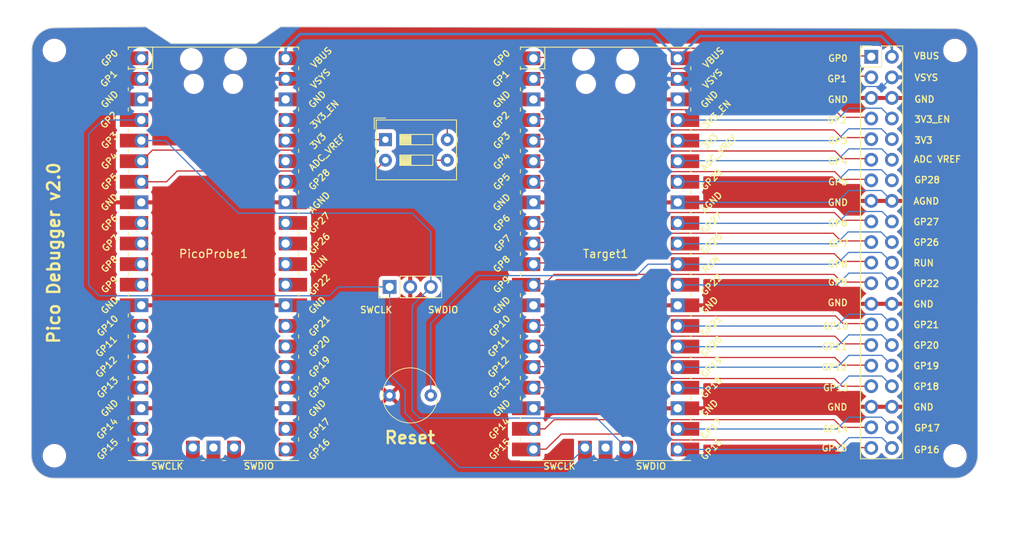
<source format=kicad_pcb>
(kicad_pcb (version 20221018) (generator pcbnew)
  (layers (0 "F.Cu" signal) (31 "B.Cu" signal) (34 "B.Paste" user) (35 "F.Paste" user) (36 "B.SilkS" user "B.Silkscreen") (37 "F.SilkS" user "F.Silkscreen") (38 "B.Mask" user) (39 "F.Mask" user) (44 "Edge.Cuts" user))
  (net 0 "")
  (net 1 "/TT_UART_Tx")
  (net 2 "GND")
  (net 3 "/TT_UART_Rx")
  (net 4 "+5V")
  (net 5 "/TT_GPIO2")
  (net 6 "/TT_3V3_EN")
  (net 7 "/TT_3V3")
  (net 8 "/TT_ADC_VREF")
  (net 9 "/TT_Run")
  (net 10 "/SWCLK")
  (net 11 "/SWDIO")
  (net 12 "/PP_UART_Tx")
  (net 13 "/PP_UART_Rx")
  (net 40 "/VBus")
  (net 43 "/TT_GPIO3")
  (net 44 "/TT_GPIO4")
  (net 45 "/TT_GPIO5")
  (net 46 "/TT_GPIO28")
  (net 47 "/TT_GPIO6")
  (net 48 "/TT_GPIO27")
  (net 49 "/TT_GPIO7")
  (net 50 "/TT_GPIO26")
  (net 51 "/TT_GPIO8")
  (net 52 "/TT_GPIO9")
  (net 53 "/TT_GPIO22")
  (net 54 "/TT_GPIO10")
  (net 55 "/TT_GPIO21")
  (net 56 "/TT_GPIO11")
  (net 57 "/TT_GPIO20")
  (net 58 "/TT_GPIO12")
  (net 59 "/TT_GPIO19")
  (net 60 "/TT_GPIO13")
  (net 61 "/TT_GPIO18")
  (net 62 "/TT_GPIO14")
  (net 63 "/TT_GPIO17")
  (net 64 "/TT_GPIO15")
  (net 65 "/TT_GPIO16")
  (footprint "MountingHole:MountingHole_2.5mm" (layer "F.Cu") (at 50 72)
    (fp_text reference "H3" hide)
    (fp_text value "MountingHole" hide)
  )
  (footprint "MountingHole:MountingHole_2.5mm" (layer "F.Cu") (at 161 72)
    (fp_text reference "H1" hide)
    (fp_text value "MountingHole" hide)
  )
  (footprint "MCU_RaspberryPi_and_Boards:RPi_Pico_SMD_TH" (layer "F.Cu") (at 117.94 97.095)
    (fp_text reference "Target1")
    (fp_text value "Pico")
  )
  (footprint "MountingHole:MountingHole_2.5mm" (layer "F.Cu") (at 50 122)
    (fp_text reference "H4" hide)
    (fp_text value "MountingHole" hide)
  )
  (footprint "Connector_PinHeader_2.54mm:PinHeader_1x03_P2.54mm_Vertical" (layer "F.Cu") (at 91.325 101.175 90)
    (fp_text reference "J2" hide)
    (fp_text value "SWD" hide)
  )
  (footprint "MountingHole:MountingHole_2.5mm" (layer "F.Cu") (at 161 122)
    (fp_text reference "H2" hide)
    (fp_text value "MountingHole" hide)
  )
  (footprint "ThePCSite:Alps_SKRGAFD010" (layer "F.Cu") (at 93.853 114.554)
    (fp_text reference "SW2" hide)
    (fp_text value "Reset_Target" hide)
  )
  (footprint "Connector_PinHeader_2.54mm:PinHeader_2x20_P2.54mm_Vertical" (layer "F.Cu") (at 150.685 72.78)
    (fp_text reference "J1" hide)
    (fp_text value "External_Connections" hide)
  )
  (footprint "Button_Switch_THT:SW_DIP_SPSTx02_Slide_9.78x7.26mm_W7.62mm_P2.54mm" (layer "F.Cu") (at 90.8075 83)
    (fp_text reference "SW1" hide)
    (fp_text value "UART")
  )
  (footprint "MCU_RaspberryPi_and_Boards:RPi_Pico_SMD_TH" (layer "F.Cu") (at 69.61 97.09)
    (fp_text reference "PicoProbe1")
    (fp_text value "Pico")
  )
  (gr_arc (start 49.997577 124.777423) (mid 48 123.95) (end 47.172577 121.952423) (stroke (width 0.1)) (layer "Edge.Cuts"))
  (gr_arc (start 47.222577 72.022577) (mid 48.050001 70.025001) (end 50.047577 69.197577) (stroke (width 0.1)) (layer "Edge.Cuts"))
  (gr_line (start 61.25 69.075) (end 50.047577 69.197577) (stroke (width 0.1)) (layer "Edge.Cuts"))
  (gr_line (start 49.997577 124.777423) (end 160.977423 124.777423) (stroke (width 0.1)) (layer "Edge.Cuts"))
  (gr_line (start 159.65 69.3) (end 77.9 69.075) (stroke (width 0.1)) (layer "Edge.Cuts"))
  (gr_line (start 77.9 69.075) (end 74.875 71.15) (stroke (width 0.1)) (layer "Edge.Cuts"))
  (gr_line (start 64.4 71.15) (end 74.875 71.15) (stroke (width 0.1)) (layer "Edge.Cuts"))
  (gr_arc (start 161 69.3) (mid 162.997577 70.127423) (end 163.825 72.125) (stroke (width 0.1)) (layer "Edge.Cuts"))
  (gr_line (start 64.4 71.15) (end 61.25 69.075) (stroke (width 0.1)) (layer "Edge.Cuts"))
  (gr_arc (start 163.802423 121.952423) (mid 162.975 123.95) (end 160.977423 124.777423) (stroke (width 0.1)) (layer "Edge.Cuts"))
  (gr_line (start 159.65 69.3) (end 161 69.3) (stroke (width 0.1)) (layer "Edge.Cuts"))
  (gr_line (start 47.222577 72.022577) (end 47.172577 121.952423) (stroke (width 0.1)) (layer "Edge.Cuts"))
  (gr_line (start 163.802423 121.952423) (end 163.825 72.125) (stroke (width 0.1)) (layer "Edge.Cuts"))
  (gr_text "GP14" (at 146.275 118.695) (layer "F.SilkS") (effects (font (size 0.8 0.8))))
  (gr_text "GND" (at 146.575 78.055) (layer "F.SilkS") (effects (font (size 0.8 0.8))))
  (gr_text "GP16" (at 157.521429 121.26) (layer "F.SilkS") (effects (font (size 0.8 0.8))))
  (gr_text "Pico Debugger v2.0" (at 50.8 108.331 90) (layer "F.SilkS") (effects (font (size 1.5 1.5) (thickness 0.3) bold) (justify left bottom)))
  (gr_text "GP3" (at 146.575 83.135) (layer "F.SilkS") (effects (font (size 0.8 0.8))))
  (gr_text "VSYS" (at 157.467857 75.35) (layer "F.SilkS") (effects (font (size 0.8 0.8))))
  (gr_text "GP27" (at 157.467858 93.15) (layer "F.SilkS") (effects (font (size 0.8 0.8))))
  (gr_text "GP18" (at 157.467858 113.46) (layer "F.SilkS") (effects (font (size 0.8 0.8))))
  (gr_text "GP4" (at 146.575 85.675) (layer "F.SilkS") (effects (font (size 0.8 0.8))))
  (gr_text "GP0" (at 146.575 72.975) (layer "F.SilkS") (effects (font (size 0.8 0.8))))
  (gr_text "GND" (at 157.125 103.3) (layer "F.SilkS") (effects (font (size 0.8 0.8))))
  (gr_text "GP21" (at 157.467858 105.85) (layer "F.SilkS") (effects (font (size 0.8 0.8))))
  (gr_text "GND" (at 157.125 116) (layer "F.SilkS") (effects (font (size 0.8 0.8))))
  (gr_text "GP17" (at 157.575 118.575) (layer "F.SilkS") (effects (font (size 0.8 0.8))))
  (gr_text "GP13" (at 146.321 113.615) (layer "F.SilkS") (effects (font (size 0.8 0.8))))
  (gr_text "AGND" (at 157.467857 90.6) (layer "F.SilkS") (effects (font (size 0.8 0.8))))
  (gr_text "GND" (at 146.55 103.125) (layer "F.SilkS") (effects (font (size 0.8 0.8))))
  (gr_text "GP7" (at 146.675 95.805) (layer "F.SilkS") (effects (font (size 0.8 0.8))))
  (gr_text "VBUS" (at 157.502381 72.675) (layer "F.SilkS") (effects (font (size 0.8 0.8))))
  (gr_text "GP2" (at 146.475 80.595) (layer "F.SilkS") (effects (font (size 0.8 0.8))))
  (gr_text "GP1" (at 146.475 75.505) (layer "F.SilkS") (effects (font (size 0.8 0.8))))
  (gr_text "3V3_EN" (at 158.210714 80.5) (layer "F.SilkS") (effects (font (size 0.8 0.8))))
  (gr_text "GP5" (at 146.575 88.215) (layer "F.SilkS") (effects (font (size 0.8 0.8))))
  (gr_text "GP12" (at 146.175 111.075) (layer "F.SilkS") (effects (font (size 0.8 0.8))))
  (gr_text "GP22" (at 157.467858 100.76) (layer "F.SilkS") (effects (font (size 0.8 0.8))))
  (gr_text "GP8" (at 146.575 98.375) (layer "F.SilkS") (effects (font (size 0.8 0.8))))
  (gr_text "SWDIO" (at 97.917 104) (layer "F.SilkS") (effects (font (size 0.8 0.8))))
  (gr_text "RUN" (at 157.144048 98.22) (layer "F.SilkS") (effects (font (size 0.8 0.8))))
  (gr_text "GP10" (at 146.321 105.995) (layer "F.SilkS") (effects (font (size 0.8 0.8))))
  (gr_text "GP20" (at 157.467858 108.38) (layer "F.SilkS") (effects (font (size 0.8 0.8))))
  (gr_text "GP28" (at 157.575 87.975) (layer "F.SilkS") (effects (font (size 0.8 0.8))))
  (gr_text "GP9" (at 146.55 100.585) (layer "F.SilkS") (effects (font (size 0.8 0.8))))
  (gr_text "3V3" (at 157.125 83.075) (layer "F.SilkS") (effects (font (size 0.8 0.8))))
  (gr_text "GP15" (at 146.15 121.05) (layer "F.SilkS") (effects (font (size 0.8 0.8))))
  (gr_text "GP11" (at 146.175 108.535) (layer "F.SilkS") (effects (font (size 0.8 0.8))))
  (gr_text "GND" (at 146.575 90.755) (layer "F.SilkS") (effects (font (size 0.8 0.8))))
  (gr_text "SWCLK" (at 89.662 104) (layer "F.SilkS") (effects (font (size 0.8 0.8))))
  (gr_text "GND" (at 146.5 116) (layer "F.SilkS") (effects (font (size 0.8 0.8))))
  (gr_text "Reset" (at 90.551 120.65) (layer "F.SilkS") (effects (font (size 1.5 1.5) (thickness 0.3) bold) (justify left bottom)))
  (gr_text "GP6" (at 146.575 93.295) (layer "F.SilkS") (effects (font (size 0.8 0.8))))
  (gr_text "ADC VREF" (at 158.825 85.425) (layer "F.SilkS") (effects (font (size 0.8 0.8))))
  (gr_text "GP19" (at 157.467858 110.92) (layer "F.SilkS") (effects (font (size 0.8 0.8))))
  (gr_text "GND" (at 157.239285 78.025) (layer "F.SilkS") (effects (font (size 0.8 0.8))))
  (gr_text "GP26" (at 157.467858 95.68) (layer "F.SilkS") (effects (font (size 0.8 0.8))))
  (segment (start 111.65 71.725) (end 146.15 71.725) (width 0.15) (layer "F.Cu") (net 1))
  (segment (start 146.15 71.725) (end 147.1 72.675) (width 0.15) (layer "F.Cu") (net 1))
  (segment (start 96.961 72.965) (end 109.05 72.965) (width 0.15) (layer "F.Cu") (net 1))
  (segment (start 95.504 84.709) (end 95.504 74.422) (width 0.15) (layer "F.Cu") (net 1))
  (segment (start 98.4275 85.54) (end 96.335 85.54) (width 0.15) (layer "F.Cu") (net 1))
  (segment (start 109.1 72.86) (end 110.515 72.86) (width 0.15) (layer "F.Cu") (net 1))
  (segment (start 96.335 85.54) (end 95.504 84.709) (width 0.15) (layer "F.Cu") (net 1))
  (segment (start 110.515 72.86) (end 111.65 71.725) (width 0.15) (layer "F.Cu") (net 1))
  (segment (start 147.1 72.675) (end 150.735 72.675) (width 0.15) (layer "F.Cu") (net 1))
  (segment (start 95.504 74.422) (end 96.961 72.965) (width 0.15) (layer "F.Cu") (net 1))
  (segment (start 151.95 89.275) (end 153.225 90.55) (width 0.15) (layer "B.Cu") (net 2))
  (segment (start 147.9 89.275) (end 151.95 89.275) (width 0.15) (layer "B.Cu") (net 2))
  (segment (start 146.44 90.735) (end 147.9 89.275) (width 0.15) (layer "B.Cu") (net 2))
  (segment (start 126.83 90.735) (end 146.44 90.735) (width 0.15) (layer "B.Cu") (net 2))
  (segment (start 98.4275 77.0865) (end 100.009 75.505) (width 0.15) (layer "F.Cu") (net 3))
  (segment (start 122.525 74.7) (end 111.15 74.7) (width 0.15) (layer "F.Cu") (net 3))
  (segment (start 98.4275 83) (end 98.4275 77.0865) (width 0.15) (layer "F.Cu") (net 3))
  (segment (start 100.009 75.505) (end 109.05 75.505) (width 0.15) (layer "F.Cu") (net 3))
  (segment (start 150.71 75.175) (end 147.075 75.175) (width 0.15) (layer "F.Cu") (net 3))
  (segment (start 147.075 75.175) (end 146.125 74.225) (width 0.15) (layer "F.Cu") (net 3))
  (segment (start 146.125 74.225) (end 123 74.225) (width 0.15) (layer "F.Cu") (net 3))
  (segment (start 111.15 74.7) (end 110.49 75.36) (width 0.15) (layer "F.Cu") (net 3))
  (segment (start 110.49 75.36) (end 109.075 75.36) (width 0.15) (layer "F.Cu") (net 3))
  (segment (start 123 74.225) (end 122.525 74.7) (width 0.15) (layer "F.Cu") (net 3))
  (segment (start 88.203 75.5) (end 92.964 70.739) (width 0.15) (layer "B.Cu") (net 4))
  (segment (start 92.964 70.739) (end 123.571 70.739) (width 0.15) (layer "B.Cu") (net 4))
  (segment (start 123.952 72.627) (end 126.83 75.505) (width 0.15) (layer "B.Cu") (net 4))
  (segment (start 123.952 71.12) (end 123.952 72.627) (width 0.15) (layer "B.Cu") (net 4))
  (segment (start 152.1 76.445) (end 153.225 75.32) (width 0.15) (layer "B.Cu") (net 4))
  (segment (start 127.77 76.445) (end 152.1 76.445) (width 0.15) (layer "B.Cu") (net 4))
  (segment (start 78.5 75.5) (end 88.203 75.5) (width 0.15) (layer "B.Cu") (net 4))
  (segment (start 126.83 75.505) (end 127.77 76.445) (width 0.15) (layer "B.Cu") (net 4))
  (segment (start 123.571 70.739) (end 123.952 71.12) (width 0.15) (layer "B.Cu") (net 4))
  (segment (start 147.1 80.25) (end 150.735 80.25) (width 0.15) (layer "F.Cu") (net 5))
  (segment (start 111.65 79.3) (end 146.15 79.3) (width 0.15) (layer "F.Cu") (net 5))
  (segment (start 110.515 80.435) (end 111.65 79.3) (width 0.15) (layer "F.Cu") (net 5))
  (segment (start 109.1 80.435) (end 110.515 80.435) (width 0.15) (layer "F.Cu") (net 5))
  (segment (start 146.15 79.3) (end 147.1 80.25) (width 0.15) (layer "F.Cu") (net 5))
  (segment (start 126.83 80.585) (end 146.44 80.585) (width 0.15) (layer "B.Cu") (net 6))
  (segment (start 147.9 79.125) (end 151.95 79.125) (width 0.15) (layer "B.Cu") (net 6))
  (segment (start 151.95 79.125) (end 153.225 80.4) (width 0.15) (layer "B.Cu") (net 6))
  (segment (start 146.44 80.585) (end 147.9 79.125) (width 0.15) (layer "B.Cu") (net 6))
  (segment (start 126.815 83.125) (end 146.425 83.125) (width 0.15) (layer "B.Cu") (net 7))
  (segment (start 146.425 83.125) (end 147.885 81.665) (width 0.15) (layer "B.Cu") (net 7))
  (segment (start 151.935 81.665) (end 153.21 82.94) (width 0.15) (layer "B.Cu") (net 7))
  (segment (start 147.885 81.665) (end 151.935 81.665) (width 0.15) (layer "B.Cu") (net 7))
  (segment (start 151.96 84.14) (end 153.235 85.415) (width 0.15) (layer "B.Cu") (net 8))
  (segment (start 147.91 84.14) (end 151.96 84.14) (width 0.15) (layer "B.Cu") (net 8))
  (segment (start 126.84 85.6) (end 146.45 85.6) (width 0.15) (layer "B.Cu") (net 8))
  (segment (start 146.45 85.6) (end 147.91 84.14) (width 0.15) (layer "B.Cu") (net 8))
  (segment (start 123.185 98.365) (end 121.77 99.78) (width 0.15) (layer "B.Cu") (net 9))
  (segment (start 126.83 98.365) (end 123.185 98.365) (width 0.15) (layer "B.Cu") (net 9))
  (segment (start 96.393 105.664) (end 102.277 99.78) (width 0.15) (layer "B.Cu") (net 9))
  (segment (start 151.935 96.915) (end 153.21 98.19) (width 0.15) (layer "B.Cu") (net 9))
  (segment (start 121.77 99.78) (end 102.277 99.78) (width 0.15) (layer "B.Cu") (net 9))
  (segment (start 96.393 114.554) (end 96.393 105.664) (width 0.15) (layer "B.Cu") (net 9))
  (segment (start 147.885 96.915) (end 151.935 96.915) (width 0.15) (layer "B.Cu") (net 9))
  (segment (start 146.425 98.375) (end 147.885 96.915) (width 0.15) (layer "B.Cu") (net 9))
  (segment (start 126.815 98.375) (end 146.425 98.375) (width 0.15) (layer "B.Cu") (net 9))
  (segment (start 91.325 112.026) (end 93.218 113.919) (width 0.15) (layer "B.Cu") (net 10))
  (segment (start 54.229 100.965) (end 55.529 102.265) (width 0.15) (layer "B.Cu") (net 10))
  (segment (start 91.325 101.175) (end 91.325 112.026) (width 0.15) (layer "B.Cu") (net 10))
  (segment (start 55.945 80.58) (end 54.229 82.296) (width 0.15) (layer "B.Cu") (net 10))
  (segment (start 83.89 102.265) (end 84.98 101.175) (width 0.15) (layer "B.Cu") (net 10))
  (segment (start 60.72 80.58) (end 55.945 80.58) (width 0.15) (layer "B.Cu") (net 10))
  (segment (start 93.218 113.919) (end 93.218 116.713) (width 0.15) (layer "B.Cu") (net 10))
  (segment (start 55.529 102.265) (end 65.024 102.265) (width 0.15) (layer "B.Cu") (net 10))
  (segment (start 112.951 123.444) (end 115.4 120.995) (width 0.15) (layer "B.Cu") (net 10))
  (segment (start 84.98 101.175) (end 91.325 101.175) (width 0.15) (layer "B.Cu") (net 10))
  (segment (start 93.218 116.713) (end 99.949 123.444) (width 0.15) (layer "B.Cu") (net 10))
  (segment (start 54.229 82.296) (end 54.229 100.965) (width 0.15) (layer "B.Cu") (net 10))
  (segment (start 99.949 123.444) (end 112.951 123.444) (width 0.15) (layer "B.Cu") (net 10))
  (segment (start 65.024 102.265) (end 83.89 102.265) (width 0.15) (layer "B.Cu") (net 10))
  (segment (start 60.72 83.12) (end 63.689 83.12) (width 0.15) (layer "B.Cu") (net 11))
  (segment (start 94.107 92.075) (end 96.405 94.373) (width 0.15) (layer "B.Cu") (net 11))
  (segment (start 94.107 116.459) (end 94.996 117.348) (width 0.15) (layer "B.Cu") (net 11))
  (segment (start 63.689 83.12) (end 72.644 92.075) (width 0.15) (layer "B.Cu") (net 11))
  (segment (start 72.644 92.075) (end 94.107 92.075) (width 0.15) (layer "B.Cu") (net 11))
  (segment (start 96.405 94.373) (end 96.405 101.175) (width 0.15) (layer "B.Cu") (net 11))
  (segment (start 94.107 103.473) (end 94.107 116.459) (width 0.15) (layer "B.Cu") (net 11))
  (segment (start 116.833 117.348) (end 120.48 120.995) (width 0.15) (layer "B.Cu") (net 11))
  (segment (start 96.405 101.175) (end 94.107 103.473) (width 0.15) (layer "B.Cu") (net 11))
  (segment (start 116.833 117.348) (end 94.996 117.348) (width 0.15) (layer "B.Cu") (net 11))
  (segment (start 89.4795 86.868) (end 90.8075 85.54) (width 0.15) (layer "F.Cu") (net 12))
  (segment (start 65.151 86.868) (end 89.4795 86.868) (width 0.15) (layer "F.Cu") (net 12))
  (segment (start 63.819 88.2) (end 65.151 86.868) (width 0.15) (layer "F.Cu") (net 12))
  (segment (start 60.72 88.2) (end 63.819 88.2) (width 0.15) (layer "F.Cu") (net 12))
  (segment (start 85.402 83) (end 90.8075 83) (width 0.15) (layer "F.Cu") (net 13))
  (segment (start 62.085 84.295) (end 84.107 84.295) (width 0.15) (layer "F.Cu") (net 13))
  (segment (start 84.107 84.295) (end 85.402 83) (width 0.15) (layer "F.Cu") (net 13))
  (segment (start 60.72 85.66) (end 62.085 84.295) (width 0.15) (layer "F.Cu") (net 13))
  (segment (start 126.83 72.965) (end 129.564 70.231) (width 0.3) (layer "B.Cu") (net 40))
  (segment (start 78.5 72.96) (end 78.5 71.741) (width 0.3) (layer "B.Cu") (net 40))
  (segment (start 80.264 69.977) (end 123.842 69.977) (width 0.3) (layer "B.Cu") (net 40))
  (segment (start 123.842 69.977) (end 126.83 72.965) (width 0.3) (layer "B.Cu") (net 40))
  (segment (start 78.5 71.741) (end 80.264 69.977) (width 0.3) (layer "B.Cu") (net 40))
  (segment (start 129.564 70.231) (end 151.892 70.231) (width 0.3) (layer "B.Cu") (net 40))
  (segment (start 153.225 72.78) (end 153.225 71.564) (width 0.3) (layer "B.Cu") (net 40))
  (segment (start 153.225 71.564) (end 151.892 70.231) (width 0.3) (layer "B.Cu") (net 40))
  (segment (start 147.05 82.75) (end 150.685 82.75) (width 0.15) (layer "F.Cu") (net 43))
  (segment (start 109.05 82.935) (end 110.465 82.935) (width 0.15) (layer "F.Cu") (net 43))
  (segment (start 110.465 82.935) (end 111.6 81.8) (width 0.15) (layer "F.Cu") (net 43))
  (segment (start 111.6 81.8) (end 146.1 81.8) (width 0.15) (layer "F.Cu") (net 43))
  (segment (start 146.1 81.8) (end 147.05 82.75) (width 0.15) (layer "F.Cu") (net 43))
  (segment (start 109.15 85.535) (end 110.565 85.535) (width 0.15) (layer "F.Cu") (net 44))
  (segment (start 146.2 84.4) (end 147.15 85.35) (width 0.15) (layer "F.Cu") (net 44))
  (segment (start 110.565 85.535) (end 111.7 84.4) (width 0.15) (layer "F.Cu") (net 44))
  (segment (start 111.7 84.4) (end 146.2 84.4) (width 0.15) (layer "F.Cu") (net 44))
  (segment (start 147.15 85.35) (end 150.785 85.35) (width 0.15) (layer "F.Cu") (net 44))
  (segment (start 111.675 86.95) (end 146.175 86.95) (width 0.15) (layer "F.Cu") (net 45))
  (segment (start 147.125 87.9) (end 150.76 87.9) (width 0.15) (layer "F.Cu") (net 45))
  (segment (start 109.125 88.085) (end 110.54 88.085) (width 0.15) (layer "F.Cu") (net 45))
  (segment (start 146.175 86.95) (end 147.125 87.9) (width 0.15) (layer "F.Cu") (net 45))
  (segment (start 110.54 88.085) (end 111.675 86.95) (width 0.15) (layer "F.Cu") (net 45))
  (segment (start 151.935 86.715) (end 153.21 87.99) (width 0.15) (layer "B.Cu") (net 46))
  (segment (start 146.425 88.175) (end 147.885 86.715) (width 0.15) (layer "B.Cu") (net 46))
  (segment (start 147.885 86.715) (end 151.935 86.715) (width 0.15) (layer "B.Cu") (net 46))
  (segment (start 126.815 88.175) (end 146.425 88.175) (width 0.15) (layer "B.Cu") (net 46))
  (segment (start 147.1 92.95) (end 150.735 92.95) (width 0.15) (layer "F.Cu") (net 47))
  (segment (start 146.15 92) (end 147.1 92.95) (width 0.15) (layer "F.Cu") (net 47))
  (segment (start 111.65 92) (end 146.15 92) (width 0.15) (layer "F.Cu") (net 47))
  (segment (start 110.515 93.135) (end 111.65 92) (width 0.15) (layer "F.Cu") (net 47))
  (segment (start 109.1 93.135) (end 110.515 93.135) (width 0.15) (layer "F.Cu") (net 47))
  (segment (start 146.5 93.325) (end 147.96 91.865) (width 0.15) (layer "B.Cu") (net 48))
  (segment (start 126.89 93.325) (end 146.5 93.325) (width 0.15) (layer "B.Cu") (net 48))
  (segment (start 152.01 91.865) (end 153.285 93.14) (width 0.15) (layer "B.Cu") (net 48))
  (segment (start 147.96 91.865) (end 152.01 91.865) (width 0.15) (layer "B.Cu") (net 48))
  (segment (start 146.95 95.5) (end 150.585 95.5) (width 0.15) (layer "F.Cu") (net 49))
  (segment (start 146 94.55) (end 146.95 95.5) (width 0.15) (layer "F.Cu") (net 49))
  (segment (start 111.5 94.55) (end 146 94.55) (width 0.15) (layer "F.Cu") (net 49))
  (segment (start 110.365 95.685) (end 111.5 94.55) (width 0.15) (layer "F.Cu") (net 49))
  (segment (start 108.95 95.685) (end 110.365 95.685) (width 0.15) (layer "F.Cu") (net 49))
  (segment (start 151.885 94.39) (end 153.16 95.665) (width 0.15) (layer "B.Cu") (net 50))
  (segment (start 126.765 95.85) (end 146.375 95.85) (width 0.15) (layer "B.Cu") (net 50))
  (segment (start 146.375 95.85) (end 147.835 94.39) (width 0.15) (layer "B.Cu") (net 50))
  (segment (start 147.835 94.39) (end 151.885 94.39) (width 0.15) (layer "B.Cu") (net 50))
  (segment (start 111.625 97.075) (end 146.125 97.075) (width 0.15) (layer "F.Cu") (net 51))
  (segment (start 146.125 97.075) (end 147.075 98.025) (width 0.15) (layer "F.Cu") (net 51))
  (segment (start 109.075 98.21) (end 110.49 98.21) (width 0.15) (layer "F.Cu") (net 51))
  (segment (start 110.49 98.21) (end 111.625 97.075) (width 0.15) (layer "F.Cu") (net 51))
  (segment (start 147.075 98.025) (end 150.71 98.025) (width 0.15) (layer "F.Cu") (net 51))
  (segment (start 109.05 100.76) (end 110.465 100.76) (width 0.15) (layer "F.Cu") (net 52))
  (segment (start 147.05 100.575) (end 150.685 100.575) (width 0.15) (layer "F.Cu") (net 52))
  (segment (start 146.1 99.625) (end 147.05 100.575) (width 0.15) (layer "F.Cu") (net 52))
  (segment (start 111.6 99.625) (end 146.1 99.625) (width 0.15) (layer "F.Cu") (net 52))
  (segment (start 110.465 100.76) (end 111.6 99.625) (width 0.15) (layer "F.Cu") (net 52))
  (segment (start 147.935 99.465) (end 151.985 99.465) (width 0.15) (layer "B.Cu") (net 53))
  (segment (start 151.985 99.465) (end 153.26 100.74) (width 0.15) (layer "B.Cu") (net 53))
  (segment (start 146.475 100.925) (end 147.935 99.465) (width 0.15) (layer "B.Cu") (net 53))
  (segment (start 126.865 100.925) (end 146.475 100.925) (width 0.15) (layer "B.Cu") (net 53))
  (segment (start 146.275 104.75) (end 147.225 105.7) (width 0.15) (layer "F.Cu") (net 54))
  (segment (start 110.64 105.885) (end 111.775 104.75) (width 0.15) (layer "F.Cu") (net 54))
  (segment (start 109.225 105.885) (end 110.64 105.885) (width 0.15) (layer "F.Cu") (net 54))
  (segment (start 147.225 105.7) (end 150.86 105.7) (width 0.15) (layer "F.Cu") (net 54))
  (segment (start 111.775 104.75) (end 146.275 104.75) (width 0.15) (layer "F.Cu") (net 54))
  (segment (start 151.96 104.54) (end 153.235 105.815) (width 0.15) (layer "B.Cu") (net 55))
  (segment (start 146.45 106) (end 147.91 104.54) (width 0.15) (layer "B.Cu") (net 55))
  (segment (start 126.84 106) (end 146.45 106) (width 0.15) (layer "B.Cu") (net 55))
  (segment (start 147.91 104.54) (end 151.96 104.54) (width 0.15) (layer "B.Cu") (net 55))
  (segment (start 111.7 107.25) (end 146.2 107.25) (width 0.15) (layer "F.Cu") (net 56))
  (segment (start 146.2 107.25) (end 147.15 108.2) (width 0.15) (layer "F.Cu") (net 56))
  (segment (start 110.565 108.385) (end 111.7 107.25) (width 0.15) (layer "F.Cu") (net 56))
  (segment (start 147.15 108.2) (end 150.785 108.2) (width 0.15) (layer "F.Cu") (net 56))
  (segment (start 109.15 108.385) (end 110.565 108.385) (width 0.15) (layer "F.Cu") (net 56))
  (segment (start 146.45 108.55) (end 147.91 107.09) (width 0.15) (layer "B.Cu") (net 57))
  (segment (start 147.91 107.09) (end 151.96 107.09) (width 0.15) (layer "B.Cu") (net 57))
  (segment (start 151.96 107.09) (end 153.235 108.365) (width 0.15) (layer "B.Cu") (net 57))
  (segment (start 126.84 108.55) (end 146.45 108.55) (width 0.15) (layer "B.Cu") (net 57))
  (segment (start 147.15 110.825) (end 150.785 110.825) (width 0.15) (layer "F.Cu") (net 58))
  (segment (start 109.15 111.01) (end 110.565 111.01) (width 0.15) (layer "F.Cu") (net 58))
  (segment (start 111.7 109.875) (end 146.2 109.875) (width 0.15) (layer "F.Cu") (net 58))
  (segment (start 146.2 109.875) (end 147.15 110.825) (width 0.15) (layer "F.Cu") (net 58))
  (segment (start 110.565 111.01) (end 111.7 109.875) (width 0.15) (layer "F.Cu") (net 58))
  (segment (start 146.475 111.075) (end 147.935 109.615) (width 0.15) (layer "B.Cu") (net 59))
  (segment (start 147.935 109.615) (end 151.985 109.615) (width 0.15) (layer "B.Cu") (net 59))
  (segment (start 151.985 109.615) (end 153.26 110.89) (width 0.15) (layer "B.Cu") (net 59))
  (segment (start 126.865 111.075) (end 146.475 111.075) (width 0.15) (layer "B.Cu") (net 59))
  (segment (start 111.625 112.475) (end 146.125 112.475) (width 0.15) (layer "F.Cu") (net 60))
  (segment (start 146.125 112.475) (end 147.075 113.425) (width 0.15) (layer "F.Cu") (net 60))
  (segment (start 147.075 113.425) (end 150.71 113.425) (width 0.15) (layer "F.Cu") (net 60))
  (segment (start 109.075 113.61) (end 110.49 113.61) (width 0.15) (layer "F.Cu") (net 60))
  (segment (start 110.49 113.61) (end 111.625 112.475) (width 0.15) (layer "F.Cu") (net 60))
  (segment (start 126.865 113.625) (end 146.475 113.625) (width 0.15) (layer "B.Cu") (net 61))
  (segment (start 147.935 112.165) (end 151.985 112.165) (width 0.15) (layer "B.Cu") (net 61))
  (segment (start 151.985 112.165) (end 153.26 113.44) (width 0.15) (layer "B.Cu") (net 61))
  (segment (start 146.475 113.625) (end 147.935 112.165) (width 0.15) (layer "B.Cu") (net 61))
  (segment (start 146.1 117.55) (end 147.05 118.5) (width 0.15) (layer "F.Cu") (net 62))
  (segment (start 110.465 118.685) (end 111.6 117.55) (width 0.15) (layer "F.Cu") (net 62))
  (segment (start 109.05 118.685) (end 110.465 118.685) (width 0.15) (layer "F.Cu") (net 62))
  (segment (start 111.6 117.55) (end 146.1 117.55) (width 0.15) (layer "F.Cu") (net 62))
  (segment (start 147.05 118.5) (end 150.685 118.5) (width 0.15) (layer "F.Cu") (net 62))
  (segment (start 147.91 117.24) (end 151.96 117.24) (width 0.15) (layer "B.Cu") (net 63))
  (segment (start 126.84 118.7) (end 146.45 118.7) (width 0.15) (layer "B.Cu") (net 63))
  (segment (start 146.45 118.7) (end 147.91 117.24) (width 0.15) (layer "B.Cu") (net 63))
  (segment (start 151.96 117.24) (end 153.235 118.515) (width 0.15) (layer "B.Cu") (net 63))
  (segment (start 147.1825 121) (end 146.2325 120.05) (width 0.15) (layer "F.Cu") (net 64))
  (segment (start 112.475 119.325) (end 111.75 120.05) (width 0.15) (layer "F.Cu") (net 64))
  (segment (start 124.975 120.05) (end 124.25 119.325) (width 0.15) (layer "F.Cu") (net 64))
  (segment (start 150.8175 121) (end 147.1825 121) (width 0.15) (layer "F.Cu") (net 64))
  (segment (start 111.7325 120.05) (end 110.5975 121.185) (width 0.15) (layer "F.Cu") (net 64))
  (segment (start 110.5975 121.185) (end 109.1825 121.185) (width 0.15) (layer "F.Cu") (net 64))
  (segment (start 111.75 120.05) (end 111.7325 120.05) (width 0.15) (layer "F.Cu") (net 64))
  (segment (start 146.2325 120.05) (end 124.975 120.05) (width 0.15) (layer "F.Cu") (net 64))
  (segment (start 124.25 119.325) (end 112.475 119.325) (width 0.15) (layer "F.Cu") (net 64))
  (segment (start 146.475 121.225) (end 147.935 119.765) (width 0.15) (layer "B.Cu") (net 65))
  (segment (start 126.865 121.225) (end 146.475 121.225) (width 0.15) (layer "B.Cu") (net 65))
  (segment (start 151.985 119.765) (end 153.26 121.04) (width 0.15) (layer "B.Cu") (net 65))
  (segment (start 147.935 119.765) (end 151.985 119.765) (width 0.15) (layer "B.Cu") (net 65))
  (zone (net 2) (net_name "GND") (layer "F.Cu") (connect_pads (clearance 0.5)) (min_thickness 0.25) (fill yes (thermal_gap 0.5) (thermal_bridge_width 0.5))
    (polygon (pts (xy 46.25 67.225) (xy 169.525 67.525) (xy 169.075 128.25) (xy 43.375 129.35) (xy 43.3 67.225)))
  )
  (zone (net 4) (net_name "+5V") (layer "B.Cu") (priority 1) (connect_pads (clearance 0.5)) (min_thickness 0.25) (fill yes (thermal_gap 0.5) (thermal_bridge_width 0.5))
    (polygon (pts (xy 44.775 65.775) (xy 167.925 65.95) (xy 166.45 130.5) (xy 44.975 131.675) (xy 44.225 65.775)))
  )
)
</source>
